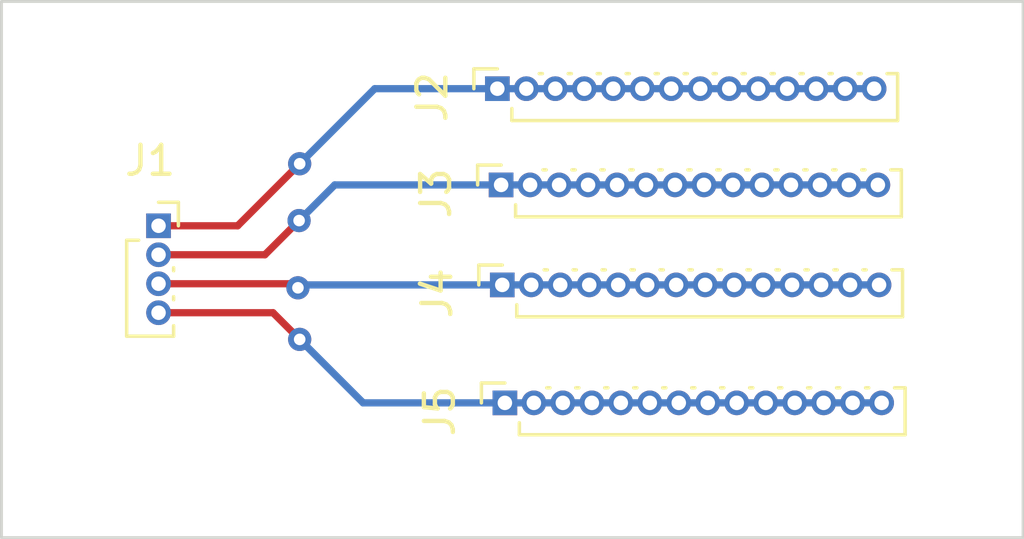
<source format=kicad_pcb>
(kicad_pcb (version 20221018) (generator pcbnew)
  (layers (0 "F.Cu" signal) (31 "B.Cu" signal) (34 "B.Paste" user) (35 "F.Paste" user) (36 "B.SilkS" user "B.Silkscreen") (37 "F.SilkS" user "F.Silkscreen") (38 "B.Mask" user) (39 "F.Mask" user) (44 "Edge.Cuts" user))
  (net 0 "")
  (net 1 "OUT1")
  (net 2 "OUT2")
  (net 3 "OUT3")
  (net 4 "OUT4")
  (footprint "Connector_PinSocket_1.00mm:PinSocket_1x14_P1.00mm_Vertical" (layer "F.Cu") (at 105.64 81.04 90)
    (fp_text reference "J5" (at -0.29 -2.25 90) (layer "F.SilkS"))
    (fp_text value "OUT2-")
    (fp_line (start -1.1 0.5) (end -1.1 13.81) (stroke (width 0.12)) (layer "F.SilkS"))
    (fp_line (start -1.1 0.5) (end -0.685 0.5) (stroke (width 0.12)) (layer "F.SilkS"))
    (fp_line (start -1.1 13.81) (end 0.52 13.81) (stroke (width 0.12)) (layer "F.SilkS"))
    (fp_line (start 0 -0.81) (end 0.685 -0.81) (stroke (width 0.12)) (layer "F.SilkS"))
    (fp_line (start 0.52 1.445898) (end 0.52 1.554102) (stroke (width 0.12)) (layer "F.SilkS"))
    (fp_line (start 0.52 2.445898) (end 0.52 2.554102) (stroke (width 0.12)) (layer "F.SilkS"))
    (fp_line (start 0.52 3.445898) (end 0.52 3.554102) (stroke (width 0.12)) (layer "F.SilkS"))
    (fp_line (start 0.52 4.445898) (end 0.52 4.554102) (stroke (width 0.12)) (layer "F.SilkS"))
    (fp_line (start 0.52 5.445898) (end 0.52 5.554102) (stroke (width 0.12)) (layer "F.SilkS"))
    (fp_line (start 0.52 6.445898) (end 0.52 6.554102) (stroke (width 0.12)) (layer "F.SilkS"))
    (fp_line (start 0.52 7.445898) (end 0.52 7.554102) (stroke (width 0.12)) (layer "F.SilkS"))
    (fp_line (start 0.52 8.445898) (end 0.52 8.554102) (stroke (width 0.12)) (layer "F.SilkS"))
    (fp_line (start 0.52 9.445898) (end 0.52 9.554102) (stroke (width 0.12)) (layer "F.SilkS"))
    (fp_line (start 0.52 10.445898) (end 0.52 10.554102) (stroke (width 0.12)) (layer "F.SilkS"))
    (fp_line (start 0.52 11.445898) (end 0.52 11.554102) (stroke (width 0.12)) (layer "F.SilkS"))
    (fp_line (start 0.52 12.445898) (end 0.52 12.554102) (stroke (width 0.12)) (layer "F.SilkS"))
    (fp_line (start 0.52 13.445898) (end 0.52 13.81) (stroke (width 0.12)) (layer "F.SilkS"))
    (fp_line (start 0.685 -0.81) (end 0.685 0) (stroke (width 0.12)) (layer "F.SilkS"))
    (pad "1" thru_hole rect (at 0 0 90) (size 0.85 0.85) (drill 0.5) (layers "*.Cu" "*.Mask") (net 4 "OUT4"))
    (pad "2" thru_hole oval (at 0 1 90) (size 0.85 0.85) (drill 0.5) (layers "*.Cu" "*.Mask") (net 4 "OUT4"))
    (pad "3" thru_hole oval (at 0 2 90) (size 0.85 0.85) (drill 0.5) (layers "*.Cu" "*.Mask") (net 4 "OUT4"))
    (pad "4" thru_hole oval (at 0 3 90) (size 0.85 0.85) (drill 0.5) (layers "*.Cu" "*.Mask") (net 4 "OUT4"))
    (pad "5" thru_hole oval (at 0 4 90) (size 0.85 0.85) (drill 0.5) (layers "*.Cu" "*.Mask") (net 4 "OUT4"))
    (pad "6" thru_hole oval (at 0 5 90) (size 0.85 0.85) (drill 0.5) (layers "*.Cu" "*.Mask") (net 4 "OUT4"))
    (pad "7" thru_hole oval (at 0 6 90) (size 0.85 0.85) (drill 0.5) (layers "*.Cu" "*.Mask") (net 4 "OUT4"))
    (pad "8" thru_hole oval (at 0 7 90) (size 0.85 0.85) (drill 0.5) (layers "*.Cu" "*.Mask") (net 4 "OUT4"))
    (pad "9" thru_hole oval (at 0 8 90) (size 0.85 0.85) (drill 0.5) (layers "*.Cu" "*.Mask") (net 4 "OUT4"))
    (pad "10" thru_hole oval (at 0 9 90) (size 0.85 0.85) (drill 0.5) (layers "*.Cu" "*.Mask") (net 4 "OUT4"))
    (pad "11" thru_hole oval (at 0 10 90) (size 0.85 0.85) (drill 0.5) (layers "*.Cu" "*.Mask") (net 4 "OUT4"))
    (pad "12" thru_hole oval (at 0 11 90) (size 0.85 0.85) (drill 0.5) (layers "*.Cu" "*.Mask") (net 4 "OUT4"))
    (pad "13" thru_hole oval (at 0 12 90) (size 0.85 0.85) (drill 0.5) (layers "*.Cu" "*.Mask") (net 4 "OUT4"))
    (pad "14" thru_hole oval (at 0 13 90) (size 0.85 0.85) (drill 0.5) (layers "*.Cu" "*.Mask") (net 4 "OUT4"))
  )
  (footprint "Connector_PinSocket_1.00mm:PinSocket_1x14_P1.00mm_Vertical" (layer "F.Cu") (at 105.38 70.2 90)
    (fp_text reference "J2" (at -0.29 -2.25 90) (layer "F.SilkS"))
    (fp_text value "OUT+")
    (fp_line (start -1.1 0.5) (end -1.1 13.81) (stroke (width 0.12)) (layer "F.SilkS"))
    (fp_line (start -1.1 0.5) (end -0.685 0.5) (stroke (width 0.12)) (layer "F.SilkS"))
    (fp_line (start -1.1 13.81) (end 0.52 13.81) (stroke (width 0.12)) (layer "F.SilkS"))
    (fp_line (start 0 -0.81) (end 0.685 -0.81) (stroke (width 0.12)) (layer "F.SilkS"))
    (fp_line (start 0.52 1.445898) (end 0.52 1.554102) (stroke (width 0.12)) (layer "F.SilkS"))
    (fp_line (start 0.52 2.445898) (end 0.52 2.554102) (stroke (width 0.12)) (layer "F.SilkS"))
    (fp_line (start 0.52 3.445898) (end 0.52 3.554102) (stroke (width 0.12)) (layer "F.SilkS"))
    (fp_line (start 0.52 4.445898) (end 0.52 4.554102) (stroke (width 0.12)) (layer "F.SilkS"))
    (fp_line (start 0.52 5.445898) (end 0.52 5.554102) (stroke (width 0.12)) (layer "F.SilkS"))
    (fp_line (start 0.52 6.445898) (end 0.52 6.554102) (stroke (width 0.12)) (layer "F.SilkS"))
    (fp_line (start 0.52 7.445898) (end 0.52 7.554102) (stroke (width 0.12)) (layer "F.SilkS"))
    (fp_line (start 0.52 8.445898) (end 0.52 8.554102) (stroke (width 0.12)) (layer "F.SilkS"))
    (fp_line (start 0.52 9.445898) (end 0.52 9.554102) (stroke (width 0.12)) (layer "F.SilkS"))
    (fp_line (start 0.52 10.445898) (end 0.52 10.554102) (stroke (width 0.12)) (layer "F.SilkS"))
    (fp_line (start 0.52 11.445898) (end 0.52 11.554102) (stroke (width 0.12)) (layer "F.SilkS"))
    (fp_line (start 0.52 12.445898) (end 0.52 12.554102) (stroke (width 0.12)) (layer "F.SilkS"))
    (fp_line (start 0.52 13.445898) (end 0.52 13.81) (stroke (width 0.12)) (layer "F.SilkS"))
    (fp_line (start 0.685 -0.81) (end 0.685 0) (stroke (width 0.12)) (layer "F.SilkS"))
    (pad "1" thru_hole rect (at 0 0 90) (size 0.85 0.85) (drill 0.5) (layers "*.Cu" "*.Mask") (net 1 "OUT1"))
    (pad "2" thru_hole oval (at 0 1 90) (size 0.85 0.85) (drill 0.5) (layers "*.Cu" "*.Mask") (net 1 "OUT1"))
    (pad "3" thru_hole oval (at 0 2 90) (size 0.85 0.85) (drill 0.5) (layers "*.Cu" "*.Mask") (net 1 "OUT1"))
    (pad "4" thru_hole oval (at 0 3 90) (size 0.85 0.85) (drill 0.5) (layers "*.Cu" "*.Mask") (net 1 "OUT1"))
    (pad "5" thru_hole oval (at 0 4 90) (size 0.85 0.85) (drill 0.5) (layers "*.Cu" "*.Mask") (net 1 "OUT1"))
    (pad "6" thru_hole oval (at 0 5 90) (size 0.85 0.85) (drill 0.5) (layers "*.Cu" "*.Mask") (net 1 "OUT1"))
    (pad "7" thru_hole oval (at 0 6 90) (size 0.85 0.85) (drill 0.5) (layers "*.Cu" "*.Mask") (net 1 "OUT1"))
    (pad "8" thru_hole oval (at 0 7 90) (size 0.85 0.85) (drill 0.5) (layers "*.Cu" "*.Mask") (net 1 "OUT1"))
    (pad "9" thru_hole oval (at 0 8 90) (size 0.85 0.85) (drill 0.5) (layers "*.Cu" "*.Mask") (net 1 "OUT1"))
    (pad "10" thru_hole oval (at 0 9 90) (size 0.85 0.85) (drill 0.5) (layers "*.Cu" "*.Mask") (net 1 "OUT1"))
    (pad "11" thru_hole oval (at 0 10 90) (size 0.85 0.85) (drill 0.5) (layers "*.Cu" "*.Mask") (net 1 "OUT1"))
    (pad "12" thru_hole oval (at 0 11 90) (size 0.85 0.85) (drill 0.5) (layers "*.Cu" "*.Mask") (net 1 "OUT1"))
    (pad "13" thru_hole oval (at 0 12 90) (size 0.85 0.85) (drill 0.5) (layers "*.Cu" "*.Mask") (net 1 "OUT1"))
    (pad "14" thru_hole oval (at 0 13 90) (size 0.85 0.85) (drill 0.5) (layers "*.Cu" "*.Mask") (net 1 "OUT1"))
  )
  (footprint "Connector_PinSocket_1.00mm:PinSocket_1x04_P1.00mm_Vertical" (layer "F.Cu") (at 93.69 74.93)
    (fp_text reference "J1" (at -0.29 -2.25) (layer "F.SilkS"))
    (fp_text value "Connector-to-PCB")
    (fp_line (start -1.1 0.5) (end -1.1 3.81) (stroke (width 0.12)) (layer "F.SilkS"))
    (fp_line (start -1.1 0.5) (end -0.685 0.5) (stroke (width 0.12)) (layer "F.SilkS"))
    (fp_line (start -1.1 3.81) (end 0.52 3.81) (stroke (width 0.12)) (layer "F.SilkS"))
    (fp_line (start 0 -0.81) (end 0.685 -0.81) (stroke (width 0.12)) (layer "F.SilkS"))
    (fp_line (start 0.52 1.445898) (end 0.52 1.554102) (stroke (width 0.12)) (layer "F.SilkS"))
    (fp_line (start 0.52 2.445898) (end 0.52 2.554102) (stroke (width 0.12)) (layer "F.SilkS"))
    (fp_line (start 0.52 3.445898) (end 0.52 3.81) (stroke (width 0.12)) (layer "F.SilkS"))
    (fp_line (start 0.685 -0.81) (end 0.685 0) (stroke (width 0.12)) (layer "F.SilkS"))
    (pad "1" thru_hole rect (at 0 0) (size 0.85 0.85) (drill 0.5) (layers "*.Cu" "*.Mask") (net 1 "OUT1"))
    (pad "2" thru_hole oval (at 0 1) (size 0.85 0.85) (drill 0.5) (layers "*.Cu" "*.Mask") (net 2 "OUT2"))
    (pad "3" thru_hole oval (at 0 2) (size 0.85 0.85) (drill 0.5) (layers "*.Cu" "*.Mask") (net 3 "OUT3"))
    (pad "4" thru_hole oval (at 0 3) (size 0.85 0.85) (drill 0.5) (layers "*.Cu" "*.Mask") (net 4 "OUT4"))
  )
  (footprint "Connector_PinSocket_1.00mm:PinSocket_1x14_P1.00mm_Vertical" (layer "F.Cu") (at 105.55 76.97 90)
    (fp_text reference "J4" (at -0.29 -2.25 90) (layer "F.SilkS"))
    (fp_text value "OUT2+")
    (fp_line (start -1.1 0.5) (end -1.1 13.81) (stroke (width 0.12)) (layer "F.SilkS"))
    (fp_line (start -1.1 0.5) (end -0.685 0.5) (stroke (width 0.12)) (layer "F.SilkS"))
    (fp_line (start -1.1 13.81) (end 0.52 13.81) (stroke (width 0.12)) (layer "F.SilkS"))
    (fp_line (start 0 -0.81) (end 0.685 -0.81) (stroke (width 0.12)) (layer "F.SilkS"))
    (fp_line (start 0.52 1.445898) (end 0.52 1.554102) (stroke (width 0.12)) (layer "F.SilkS"))
    (fp_line (start 0.52 2.445898) (end 0.52 2.554102) (stroke (width 0.12)) (layer "F.SilkS"))
    (fp_line (start 0.52 3.445898) (end 0.52 3.554102) (stroke (width 0.12)) (layer "F.SilkS"))
    (fp_line (start 0.52 4.445898) (end 0.52 4.554102) (stroke (width 0.12)) (layer "F.SilkS"))
    (fp_line (start 0.52 5.445898) (end 0.52 5.554102) (stroke (width 0.12)) (layer "F.SilkS"))
    (fp_line (start 0.52 6.445898) (end 0.52 6.554102) (stroke (width 0.12)) (layer "F.SilkS"))
    (fp_line (start 0.52 7.445898) (end 0.52 7.554102) (stroke (width 0.12)) (layer "F.SilkS"))
    (fp_line (start 0.52 8.445898) (end 0.52 8.554102) (stroke (width 0.12)) (layer "F.SilkS"))
    (fp_line (start 0.52 9.445898) (end 0.52 9.554102) (stroke (width 0.12)) (layer "F.SilkS"))
    (fp_line (start 0.52 10.445898) (end 0.52 10.554102) (stroke (width 0.12)) (layer "F.SilkS"))
    (fp_line (start 0.52 11.445898) (end 0.52 11.554102) (stroke (width 0.12)) (layer "F.SilkS"))
    (fp_line (start 0.52 12.445898) (end 0.52 12.554102) (stroke (width 0.12)) (layer "F.SilkS"))
    (fp_line (start 0.52 13.445898) (end 0.52 13.81) (stroke (width 0.12)) (layer "F.SilkS"))
    (fp_line (start 0.685 -0.81) (end 0.685 0) (stroke (width 0.12)) (layer "F.SilkS"))
    (pad "1" thru_hole rect (at 0 0 90) (size 0.85 0.85) (drill 0.5) (layers "*.Cu" "*.Mask") (net 3 "OUT3"))
    (pad "2" thru_hole oval (at 0 1 90) (size 0.85 0.85) (drill 0.5) (layers "*.Cu" "*.Mask") (net 3 "OUT3"))
    (pad "3" thru_hole oval (at 0 2 90) (size 0.85 0.85) (drill 0.5) (layers "*.Cu" "*.Mask") (net 3 "OUT3"))
    (pad "4" thru_hole oval (at 0 3 90) (size 0.85 0.85) (drill 0.5) (layers "*.Cu" "*.Mask") (net 3 "OUT3"))
    (pad "5" thru_hole oval (at 0 4 90) (size 0.85 0.85) (drill 0.5) (layers "*.Cu" "*.Mask") (net 3 "OUT3"))
    (pad "6" thru_hole oval (at 0 5 90) (size 0.85 0.85) (drill 0.5) (layers "*.Cu" "*.Mask") (net 3 "OUT3"))
    (pad "7" thru_hole oval (at 0 6 90) (size 0.85 0.85) (drill 0.5) (layers "*.Cu" "*.Mask") (net 3 "OUT3"))
    (pad "8" thru_hole oval (at 0 7 90) (size 0.85 0.85) (drill 0.5) (layers "*.Cu" "*.Mask") (net 3 "OUT3"))
    (pad "9" thru_hole oval (at 0 8 90) (size 0.85 0.85) (drill 0.5) (layers "*.Cu" "*.Mask") (net 3 "OUT3"))
    (pad "10" thru_hole oval (at 0 9 90) (size 0.85 0.85) (drill 0.5) (layers "*.Cu" "*.Mask") (net 3 "OUT3"))
    (pad "11" thru_hole oval (at 0 10 90) (size 0.85 0.85) (drill 0.5) (layers "*.Cu" "*.Mask") (net 3 "OUT3"))
    (pad "12" thru_hole oval (at 0 11 90) (size 0.85 0.85) (drill 0.5) (layers "*.Cu" "*.Mask") (net 3 "OUT3"))
    (pad "13" thru_hole oval (at 0 12 90) (size 0.85 0.85) (drill 0.5) (layers "*.Cu" "*.Mask") (net 3 "OUT3"))
    (pad "14" thru_hole oval (at 0 13 90) (size 0.85 0.85) (drill 0.5) (layers "*.Cu" "*.Mask") (net 3 "OUT3"))
  )
  (footprint "Connector_PinSocket_1.00mm:PinSocket_1x14_P1.00mm_Vertical" (layer "F.Cu") (at 105.51 73.52 90)
    (fp_text reference "J3" (at -0.29 -2.25 90) (layer "F.SilkS"))
    (fp_text value "OUT-")
    (fp_line (start -1.1 0.5) (end -1.1 13.81) (stroke (width 0.12)) (layer "F.SilkS"))
    (fp_line (start -1.1 0.5) (end -0.685 0.5) (stroke (width 0.12)) (layer "F.SilkS"))
    (fp_line (start -1.1 13.81) (end 0.52 13.81) (stroke (width 0.12)) (layer "F.SilkS"))
    (fp_line (start 0 -0.81) (end 0.685 -0.81) (stroke (width 0.12)) (layer "F.SilkS"))
    (fp_line (start 0.52 1.445898) (end 0.52 1.554102) (stroke (width 0.12)) (layer "F.SilkS"))
    (fp_line (start 0.52 2.445898) (end 0.52 2.554102) (stroke (width 0.12)) (layer "F.SilkS"))
    (fp_line (start 0.52 3.445898) (end 0.52 3.554102) (stroke (width 0.12)) (layer "F.SilkS"))
    (fp_line (start 0.52 4.445898) (end 0.52 4.554102) (stroke (width 0.12)) (layer "F.SilkS"))
    (fp_line (start 0.52 5.445898) (end 0.52 5.554102) (stroke (width 0.12)) (layer "F.SilkS"))
    (fp_line (start 0.52 6.445898) (end 0.52 6.554102) (stroke (width 0.12)) (layer "F.SilkS"))
    (fp_line (start 0.52 7.445898) (end 0.52 7.554102) (stroke (width 0.12)) (layer "F.SilkS"))
    (fp_line (start 0.52 8.445898) (end 0.52 8.554102) (stroke (width 0.12)) (layer "F.SilkS"))
    (fp_line (start 0.52 9.445898) (end 0.52 9.554102) (stroke (width 0.12)) (layer "F.SilkS"))
    (fp_line (start 0.52 10.445898) (end 0.52 10.554102) (stroke (width 0.12)) (layer "F.SilkS"))
    (fp_line (start 0.52 11.445898) (end 0.52 11.554102) (stroke (width 0.12)) (layer "F.SilkS"))
    (fp_line (start 0.52 12.445898) (end 0.52 12.554102) (stroke (width 0.12)) (layer "F.SilkS"))
    (fp_line (start 0.52 13.445898) (end 0.52 13.81) (stroke (width 0.12)) (layer "F.SilkS"))
    (fp_line (start 0.685 -0.81) (end 0.685 0) (stroke (width 0.12)) (layer "F.SilkS"))
    (pad "1" thru_hole rect (at 0 0 90) (size 0.85 0.85) (drill 0.5) (layers "*.Cu" "*.Mask") (net 2 "OUT2"))
    (pad "2" thru_hole oval (at 0 1 90) (size 0.85 0.85) (drill 0.5) (layers "*.Cu" "*.Mask") (net 2 "OUT2"))
    (pad "3" thru_hole oval (at 0 2 90) (size 0.85 0.85) (drill 0.5) (layers "*.Cu" "*.Mask") (net 2 "OUT2"))
    (pad "4" thru_hole oval (at 0 3 90) (size 0.85 0.85) (drill 0.5) (layers "*.Cu" "*.Mask") (net 2 "OUT2"))
    (pad "5" thru_hole oval (at 0 4 90) (size 0.85 0.85) (drill 0.5) (layers "*.Cu" "*.Mask") (net 2 "OUT2"))
    (pad "6" thru_hole oval (at 0 5 90) (size 0.85 0.85) (drill 0.5) (layers "*.Cu" "*.Mask") (net 2 "OUT2"))
    (pad "7" thru_hole oval (at 0 6 90) (size 0.85 0.85) (drill 0.5) (layers "*.Cu" "*.Mask") (net 2 "OUT2"))
    (pad "8" thru_hole oval (at 0 7 90) (size 0.85 0.85) (drill 0.5) (layers "*.Cu" "*.Mask") (net 2 "OUT2"))
    (pad "9" thru_hole oval (at 0 8 90) (size 0.85 0.85) (drill 0.5) (layers "*.Cu" "*.Mask") (net 2 "OUT2"))
    (pad "10" thru_hole oval (at 0 9 90) (size 0.85 0.85) (drill 0.5) (layers "*.Cu" "*.Mask") (net 2 "OUT2"))
    (pad "11" thru_hole oval (at 0 10 90) (size 0.85 0.85) (drill 0.5) (layers "*.Cu" "*.Mask") (net 2 "OUT2"))
    (pad "12" thru_hole oval (at 0 11 90) (size 0.85 0.85) (drill 0.5) (layers "*.Cu" "*.Mask") (net 2 "OUT2"))
    (pad "13" thru_hole oval (at 0 12 90) (size 0.85 0.85) (drill 0.5) (layers "*.Cu" "*.Mask") (net 2 "OUT2"))
    (pad "14" thru_hole oval (at 0 13 90) (size 0.85 0.85) (drill 0.5) (layers "*.Cu" "*.Mask") (net 2 "OUT2"))
  )
  (gr_rect (start 88.27 67.19) (end 123.52 85.69) (stroke (width 0.1)) (fill none) (layer "Edge.Cuts"))
  (segment (start 93.69 74.93) (end 96.42 74.93) (width 0.25) (layer "F.Cu") (net 1))
  (segment (start 96.42 74.93) (end 98.56 72.79) (width 0.25) (layer "F.Cu") (net 1))
  (via (at 98.56 72.79) (size 0.8) (drill 0.4) (layers "F.Cu" "B.Cu") (net 1))
  (segment (start 98.56 72.79) (end 101.15 70.2) (width 0.25) (layer "B.Cu") (net 1))
  (segment (start 101.15 70.2) (end 105.38 70.2) (width 0.25) (layer "B.Cu") (net 1))
  (segment (start 105.38 70.2) (end 118.38 70.2) (width 0.25) (layer "B.Cu") (net 1))
  (segment (start 93.69 75.93) (end 97.36 75.93) (width 0.25) (layer "F.Cu") (net 2))
  (segment (start 97.36 75.93) (end 98.54 74.75) (width 0.25) (layer "F.Cu") (net 2))
  (via (at 98.54 74.75) (size 0.8) (drill 0.4) (layers "F.Cu" "B.Cu") (net 2))
  (segment (start 98.54 74.75) (end 99.77 73.52) (width 0.25) (layer "B.Cu") (net 2))
  (segment (start 99.77 73.52) (end 105.51 73.52) (width 0.25) (layer "B.Cu") (net 2))
  (segment (start 105.51 73.52) (end 118.51 73.52) (width 0.25) (layer "B.Cu") (net 2))
  (segment (start 93.69 76.93) (end 98.36 76.93) (width 0.25) (layer "F.Cu") (net 3))
  (segment (start 98.36 76.93) (end 98.5 77.07) (width 0.25) (layer "F.Cu") (net 3))
  (via (at 98.5 77.07) (size 0.8) (drill 0.4) (layers "F.Cu" "B.Cu") (net 3))
  (segment (start 98.5 77.07) (end 98.6 76.97) (width 0.25) (layer "B.Cu") (net 3))
  (segment (start 98.6 76.97) (end 105.55 76.97) (width 0.25) (layer "B.Cu") (net 3))
  (segment (start 105.55 76.97) (end 118.55 76.97) (width 0.25) (layer "B.Cu") (net 3))
  (segment (start 97.64 77.93) (end 98.56 78.85) (width 0.25) (layer "F.Cu") (net 4))
  (segment (start 93.69 77.93) (end 97.64 77.93) (width 0.25) (layer "F.Cu") (net 4))
  (via (at 98.56 78.85) (size 0.8) (drill 0.4) (layers "F.Cu" "B.Cu") (net 4))
  (segment (start 98.56 78.85) (end 100.75 81.04) (width 0.25) (layer "B.Cu") (net 4))
  (segment (start 100.75 81.04) (end 105.64 81.04) (width 0.25) (layer "B.Cu") (net 4))
  (segment (start 105.64 81.04) (end 118.64 81.04) (width 0.25) (layer "B.Cu") (net 4))
)
</source>
